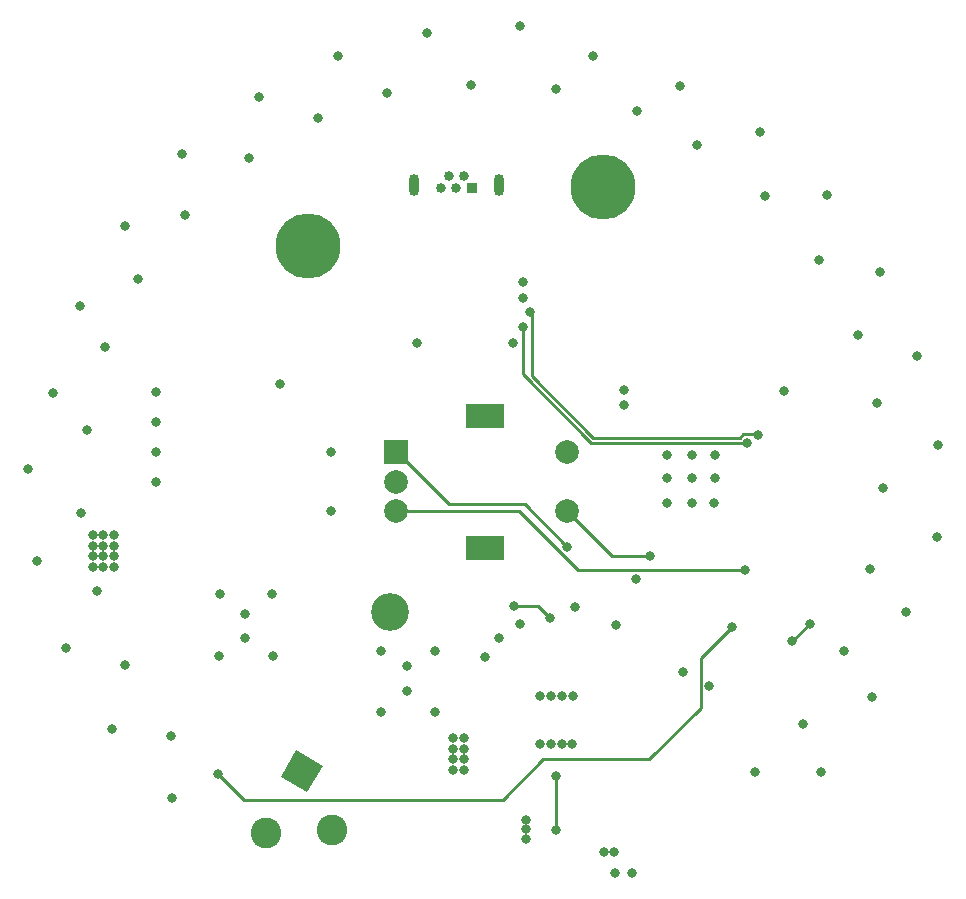
<source format=gbr>
%TF.GenerationSoftware,KiCad,Pcbnew,(5.1.9)-1*%
%TF.CreationDate,2021-08-08T15:33:04+02:00*%
%TF.ProjectId,nogasm,6e6f6761-736d-42e6-9b69-6361645f7063,rev?*%
%TF.SameCoordinates,Original*%
%TF.FileFunction,Copper,L4,Bot*%
%TF.FilePolarity,Positive*%
%FSLAX46Y46*%
G04 Gerber Fmt 4.6, Leading zero omitted, Abs format (unit mm)*
G04 Created by KiCad (PCBNEW (5.1.9)-1) date 2021-08-08 15:33:04*
%MOMM*%
%LPD*%
G01*
G04 APERTURE LIST*
%TA.AperFunction,ComponentPad*%
%ADD10O,0.850000X1.850000*%
%TD*%
%TA.AperFunction,ComponentPad*%
%ADD11C,0.840000*%
%TD*%
%TA.AperFunction,ComponentPad*%
%ADD12R,0.840000X0.840000*%
%TD*%
%TA.AperFunction,ComponentPad*%
%ADD13R,2.000000X2.000000*%
%TD*%
%TA.AperFunction,ComponentPad*%
%ADD14C,2.000000*%
%TD*%
%TA.AperFunction,ComponentPad*%
%ADD15R,3.200000X2.000000*%
%TD*%
%TA.AperFunction,ComponentPad*%
%ADD16C,2.600000*%
%TD*%
%TA.AperFunction,ComponentPad*%
%ADD17C,0.100000*%
%TD*%
%TA.AperFunction,ViaPad*%
%ADD18C,0.800000*%
%TD*%
%TA.AperFunction,ViaPad*%
%ADD19C,5.500000*%
%TD*%
%TA.AperFunction,ViaPad*%
%ADD20C,3.200000*%
%TD*%
%TA.AperFunction,Conductor*%
%ADD21C,0.250000*%
%TD*%
G04 APERTURE END LIST*
D10*
%TO.P,J3,6*%
%TO.N,GND*%
X134025000Y-64880000D03*
X141175000Y-64880000D03*
D11*
%TO.P,J3,5*%
X136300000Y-65100000D03*
%TO.P,J3,4*%
%TO.N,Net-(J3-Pad4)*%
X136950000Y-64100000D03*
%TO.P,J3,3*%
%TO.N,Net-(J3-Pad3)*%
X137600000Y-65100000D03*
%TO.P,J3,2*%
%TO.N,Net-(J3-Pad2)*%
X138250000Y-64100000D03*
D12*
%TO.P,J3,1*%
%TO.N,Net-(J3-Pad1)*%
X138900000Y-65100000D03*
%TD*%
D13*
%TO.P,SW2,A*%
%TO.N,/ENC_A*%
X132500000Y-87500000D03*
D14*
%TO.P,SW2,C*%
%TO.N,GND*%
X132500000Y-90000000D03*
%TO.P,SW2,B*%
%TO.N,/ENC_B*%
X132500000Y-92500000D03*
D15*
%TO.P,SW2,MP*%
%TO.N,N/C*%
X140000000Y-84400000D03*
X140000000Y-95600000D03*
D14*
%TO.P,SW2,S2*%
%TO.N,GND*%
X147000000Y-87500000D03*
%TO.P,SW2,S1*%
%TO.N,/ENC_SW*%
X147000000Y-92500000D03*
%TD*%
D16*
%TO.P,J1,3*%
%TO.N,N/C*%
X127070319Y-119448076D03*
%TO.P,J1,2*%
%TO.N,GND*%
X121500000Y-119696152D03*
%TA.AperFunction,ComponentPad*%
D17*
%TO.P,J1,1*%
%TO.N,+12V*%
G36*
X122724167Y-114975833D02*
G01*
X124024167Y-112724167D01*
X126275833Y-114024167D01*
X124975833Y-116275833D01*
X122724167Y-114975833D01*
G37*
%TD.AperFunction*%
%TD*%
D18*
%TO.N,GND*%
X112200000Y-90000000D03*
X112200000Y-87500000D03*
X112200000Y-84900000D03*
X119700000Y-103200000D03*
X119700000Y-101200000D03*
X133400000Y-105600000D03*
X133400000Y-107700000D03*
X135800000Y-109500000D03*
X131200000Y-109500000D03*
X135800000Y-104300000D03*
X131200000Y-104300000D03*
X117500000Y-104700000D03*
X122100000Y-104700000D03*
X122000000Y-99500000D03*
X117600000Y-99500000D03*
X157500000Y-91800000D03*
X157500000Y-87700000D03*
X157500000Y-89700000D03*
X159500000Y-89700000D03*
X155400000Y-89700000D03*
X155400000Y-91800000D03*
X159400000Y-91800000D03*
X159500000Y-87700000D03*
X155400000Y-87700000D03*
X168500000Y-114600000D03*
X172800000Y-108200000D03*
X175700000Y-101000000D03*
X178300000Y-94700000D03*
X178400000Y-86900000D03*
X176600000Y-79300000D03*
X173500000Y-72200000D03*
X169000000Y-65700000D03*
X163300000Y-60400000D03*
X156500000Y-56500000D03*
X149200000Y-53900000D03*
X143000000Y-51400000D03*
X135100000Y-52000000D03*
X127600000Y-53900000D03*
X120900000Y-57400000D03*
X114400000Y-62200000D03*
X109500000Y-68300000D03*
X105700000Y-75100000D03*
X103400000Y-82500000D03*
X101300000Y-88900000D03*
X102100000Y-96700000D03*
X104500000Y-104100000D03*
X108400000Y-110900000D03*
X113500000Y-116800000D03*
X122700000Y-81700000D03*
X151800000Y-82200000D03*
X165300000Y-82300000D03*
X152800000Y-98225000D03*
X156800000Y-106100000D03*
X159000000Y-107300000D03*
X151000000Y-123100000D03*
X152500000Y-123100000D03*
X150900000Y-121300000D03*
X150100000Y-121300000D03*
X141200000Y-103200000D03*
X147600000Y-100600000D03*
X127000000Y-92500000D03*
X127000000Y-87500000D03*
X140000000Y-104800000D03*
X112200000Y-82400000D03*
X144700000Y-108100000D03*
X145600000Y-108100000D03*
X146500000Y-108100000D03*
X147500000Y-108100000D03*
X144700000Y-112200000D03*
X145600000Y-112200000D03*
X146500000Y-112200000D03*
X147400000Y-112200000D03*
X142400000Y-78200000D03*
%TO.N,+3V3*%
X151800000Y-83500000D03*
X143500000Y-118600000D03*
X143500000Y-119400000D03*
X143500000Y-120200000D03*
X137300000Y-111700000D03*
X138200000Y-111700000D03*
X137300000Y-112600000D03*
X138200000Y-112600000D03*
X137300000Y-113500000D03*
X138200000Y-113500000D03*
X137300000Y-114400000D03*
X138200000Y-114400000D03*
X143000000Y-102000000D03*
X151100000Y-102100000D03*
X143200000Y-73100000D03*
X143200000Y-74400000D03*
X134300000Y-78200000D03*
D19*
%TO.N,*%
X125000000Y-70000000D03*
D20*
X132000000Y-101000000D03*
D19*
X150000000Y-65000000D03*
D18*
%TO.N,+5V*%
X113400000Y-111500000D03*
X109500000Y-105500000D03*
X107200000Y-99200000D03*
X105800000Y-92600000D03*
X106300000Y-85600000D03*
X107800000Y-78600000D03*
X110600000Y-72800000D03*
X114600000Y-67400000D03*
X120000000Y-62600000D03*
X125900000Y-59200000D03*
X131700000Y-57100000D03*
X146000000Y-56700000D03*
X152900000Y-58600000D03*
X158000000Y-61500000D03*
X163700000Y-65800000D03*
X168300000Y-71200000D03*
X171600000Y-77600000D03*
X173200000Y-83300000D03*
X173700000Y-90500000D03*
X172600000Y-97400000D03*
X170400000Y-104300000D03*
X166900000Y-110500000D03*
X162900000Y-114600000D03*
X138800000Y-56400000D03*
X107700000Y-94500000D03*
X108600000Y-94500000D03*
X108600000Y-95400000D03*
X108600000Y-96300000D03*
X107700000Y-96300000D03*
X107700000Y-95400000D03*
X106800000Y-95400000D03*
X106800000Y-96300000D03*
X106800000Y-97200000D03*
X107700000Y-97200000D03*
X108600000Y-97200000D03*
X106800000Y-94500000D03*
%TO.N,/ENC_A*%
X147000000Y-95500000D03*
%TO.N,/ENC_B*%
X162000000Y-97500000D03*
%TO.N,/LED*%
X160900000Y-102300000D03*
X117400000Y-114700000D03*
%TO.N,Net-(R1-Pad1)*%
X146000000Y-119500000D03*
X146000000Y-114900000D03*
%TO.N,/Motor*%
X166000000Y-103500000D03*
X167499962Y-102000000D03*
%TO.N,/ENC_SW*%
X154000000Y-96300000D03*
%TO.N,Net-(RV1-Pad2)*%
X142500000Y-100500000D03*
X145530002Y-101500000D03*
%TO.N,/TX_ESP*%
X163100000Y-86000000D03*
X143800000Y-75600000D03*
%TO.N,/RX_ESP*%
X143200000Y-76900000D03*
X162200000Y-86700000D03*
%TD*%
D21*
%TO.N,/ENC_A*%
X143400000Y-91900000D02*
X147000000Y-95500000D01*
X137000000Y-91900000D02*
X143400000Y-91900000D01*
X132600000Y-87500000D02*
X137000000Y-91900000D01*
X132500000Y-87500000D02*
X132600000Y-87500000D01*
%TO.N,/ENC_B*%
X147926998Y-97500000D02*
X162000000Y-97500000D01*
X142926998Y-92500000D02*
X147926998Y-97500000D01*
X132500000Y-92500000D02*
X142926998Y-92500000D01*
%TO.N,/LED*%
X158274999Y-104925001D02*
X158274999Y-109125001D01*
X160900000Y-102300000D02*
X158274999Y-104925001D01*
X158274999Y-109125001D02*
X153900000Y-113500000D01*
X153900000Y-113500000D02*
X144900000Y-113500000D01*
X144900000Y-113500000D02*
X141500000Y-116900000D01*
X141500000Y-116900000D02*
X119600000Y-116900000D01*
X119600000Y-116900000D02*
X117400000Y-114700000D01*
%TO.N,Net-(R1-Pad1)*%
X146000000Y-119500000D02*
X146000000Y-114900000D01*
%TO.N,/Motor*%
X166000000Y-103500000D02*
X167499962Y-102000038D01*
X167499962Y-102000038D02*
X167499962Y-102000000D01*
%TO.N,/ENC_SW*%
X147000000Y-92500000D02*
X150800000Y-96300000D01*
X150800000Y-96300000D02*
X154000000Y-96300000D01*
%TO.N,Net-(RV1-Pad2)*%
X144530002Y-100500000D02*
X145530002Y-101500000D01*
X142500000Y-100500000D02*
X144530002Y-100500000D01*
%TO.N,/TX_ESP*%
X143800000Y-75600000D02*
X144000000Y-75800000D01*
X144000000Y-75800000D02*
X144000000Y-81063590D01*
X144000000Y-81063590D02*
X149186400Y-86249990D01*
X161577008Y-86249990D02*
X161851999Y-85974999D01*
X149186400Y-86249990D02*
X161577008Y-86249990D01*
X163074999Y-85974999D02*
X163100000Y-86000000D01*
X161851999Y-85974999D02*
X163074999Y-85974999D01*
%TO.N,/RX_ESP*%
X143200000Y-80900000D02*
X149000000Y-86700000D01*
X143200000Y-76900000D02*
X143200000Y-80900000D01*
X149000000Y-86700000D02*
X162200000Y-86700000D01*
%TD*%
M02*

</source>
